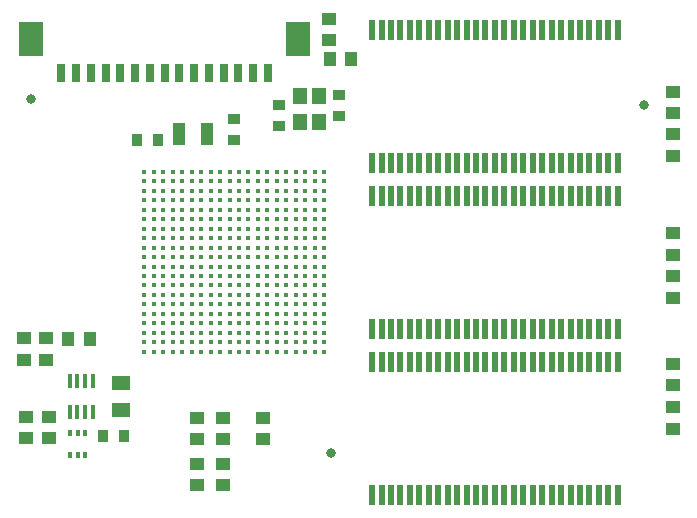
<source format=gtp>
G04*
G04 #@! TF.GenerationSoftware,Altium Limited,Altium Designer,18.1.7 (191)*
G04*
G04 Layer_Color=8421504*
%FSLAX25Y25*%
%MOIN*%
G70*
G01*
G75*
%ADD16R,0.02228X0.07109*%
%ADD17C,0.03200*%
%ADD18R,0.03543X0.03937*%
%ADD19R,0.04331X0.07480*%
%ADD20R,0.03937X0.03543*%
%ADD21R,0.04724X0.05512*%
%ADD22R,0.03150X0.06299*%
%ADD23R,0.08268X0.11811*%
%ADD24R,0.04921X0.04331*%
%ADD25R,0.04331X0.04921*%
%ADD26C,0.01614*%
%ADD27R,0.05906X0.05118*%
%ADD28R,0.01575X0.04803*%
%ADD29R,0.01378X0.02165*%
D16*
X140924Y63287D02*
D03*
X144073D02*
D03*
X147223D02*
D03*
X150373D02*
D03*
X153522D02*
D03*
X156672D02*
D03*
X159821D02*
D03*
X162971D02*
D03*
X166121D02*
D03*
X169270D02*
D03*
X172420D02*
D03*
X175569D02*
D03*
X178719D02*
D03*
X181869D02*
D03*
X185018D02*
D03*
X188168D02*
D03*
X191317D02*
D03*
X194467D02*
D03*
X197617D02*
D03*
X200766D02*
D03*
X203916D02*
D03*
X207066D02*
D03*
X210215D02*
D03*
X213365D02*
D03*
X216514D02*
D03*
X219664D02*
D03*
X222814D02*
D03*
Y107620D02*
D03*
X219664D02*
D03*
X216514D02*
D03*
X213365D02*
D03*
X210215D02*
D03*
X207066D02*
D03*
X203916D02*
D03*
X200766D02*
D03*
X197617D02*
D03*
X194467D02*
D03*
X191317D02*
D03*
X188168D02*
D03*
X185018D02*
D03*
X181869D02*
D03*
X178719D02*
D03*
X175569D02*
D03*
X172420D02*
D03*
X169270D02*
D03*
X166121D02*
D03*
X162971D02*
D03*
X159821D02*
D03*
X156672D02*
D03*
X153522D02*
D03*
X150373D02*
D03*
X147223D02*
D03*
X144073D02*
D03*
X140924D02*
D03*
Y118701D02*
D03*
X144073D02*
D03*
X147223D02*
D03*
X150373D02*
D03*
X153522D02*
D03*
X156672D02*
D03*
X159821D02*
D03*
X162971D02*
D03*
X166121D02*
D03*
X169270D02*
D03*
X172420D02*
D03*
X175569D02*
D03*
X178719D02*
D03*
X181869D02*
D03*
X185018D02*
D03*
X188168D02*
D03*
X191317D02*
D03*
X194467D02*
D03*
X197617D02*
D03*
X200766D02*
D03*
X203916D02*
D03*
X207066D02*
D03*
X210215D02*
D03*
X213365D02*
D03*
X216514D02*
D03*
X219664D02*
D03*
X222814D02*
D03*
Y163034D02*
D03*
X219664D02*
D03*
X216514D02*
D03*
X213365D02*
D03*
X210215D02*
D03*
X207066D02*
D03*
X203916D02*
D03*
X200766D02*
D03*
X197617D02*
D03*
X194467D02*
D03*
X191317D02*
D03*
X188168D02*
D03*
X185018D02*
D03*
X181869D02*
D03*
X178719D02*
D03*
X175569D02*
D03*
X172420D02*
D03*
X169270D02*
D03*
X166121D02*
D03*
X162971D02*
D03*
X159821D02*
D03*
X156672D02*
D03*
X153522D02*
D03*
X150373D02*
D03*
X147223D02*
D03*
X144073D02*
D03*
X140924D02*
D03*
Y7903D02*
D03*
X153522D02*
D03*
X144073D02*
D03*
X150373D02*
D03*
X147223D02*
D03*
X162971D02*
D03*
X159821D02*
D03*
X156672D02*
D03*
X172420D02*
D03*
X166121D02*
D03*
X169270D02*
D03*
X144073Y52235D02*
D03*
X140924D02*
D03*
X150373D02*
D03*
X147223D02*
D03*
X159821D02*
D03*
X153522D02*
D03*
X156672D02*
D03*
X169270D02*
D03*
X166121D02*
D03*
X175569D02*
D03*
X162971D02*
D03*
X172420D02*
D03*
X194467Y7903D02*
D03*
X191317D02*
D03*
X200766D02*
D03*
X197617D02*
D03*
X178719D02*
D03*
X175569D02*
D03*
X188168D02*
D03*
X181869D02*
D03*
X185018D02*
D03*
X207066D02*
D03*
X203916D02*
D03*
X216514D02*
D03*
X210215D02*
D03*
X213365D02*
D03*
X222814D02*
D03*
X219664D02*
D03*
X178719Y52235D02*
D03*
X181869D02*
D03*
X188168D02*
D03*
X185018D02*
D03*
X197617D02*
D03*
X191317D02*
D03*
X194467D02*
D03*
X219664D02*
D03*
X216514D02*
D03*
X222814D02*
D03*
X203916D02*
D03*
X200766D02*
D03*
X213365D02*
D03*
X207066D02*
D03*
X210215D02*
D03*
D17*
X127264Y21850D02*
D03*
X231683Y137894D02*
D03*
X27088Y139764D02*
D03*
D18*
X62588Y126378D02*
D03*
X69588D02*
D03*
X51126Y27657D02*
D03*
X58126D02*
D03*
D19*
X85849Y128150D02*
D03*
X76449D02*
D03*
D20*
X130020Y141098D02*
D03*
Y134098D02*
D03*
X94882Y133224D02*
D03*
Y126224D02*
D03*
X110039Y137949D02*
D03*
Y130949D02*
D03*
D21*
X116831Y132185D02*
D03*
Y140847D02*
D03*
X123130D02*
D03*
Y132185D02*
D03*
D22*
X106201Y148524D02*
D03*
X101279D02*
D03*
X96358D02*
D03*
X91437D02*
D03*
X86516D02*
D03*
X81595D02*
D03*
X76673D02*
D03*
X71752D02*
D03*
X66831D02*
D03*
X61910D02*
D03*
X56988D02*
D03*
X52067D02*
D03*
X47146D02*
D03*
X42224D02*
D03*
X37303D02*
D03*
D23*
X116240Y159941D02*
D03*
X27264D02*
D03*
D24*
X241240Y37205D02*
D03*
Y30020D02*
D03*
Y51673D02*
D03*
Y44488D02*
D03*
Y95177D02*
D03*
Y87992D02*
D03*
Y80807D02*
D03*
Y73622D02*
D03*
Y128248D02*
D03*
Y121063D02*
D03*
Y142323D02*
D03*
Y135138D02*
D03*
X126588Y166732D02*
D03*
Y159547D02*
D03*
X104493Y26428D02*
D03*
Y33613D02*
D03*
X32272Y60123D02*
D03*
Y52938D02*
D03*
X24890Y60173D02*
D03*
Y52988D02*
D03*
X33268Y34055D02*
D03*
Y26870D02*
D03*
X25593Y26772D02*
D03*
Y33957D02*
D03*
X82577Y33613D02*
D03*
Y26428D02*
D03*
X91092Y33613D02*
D03*
Y26428D02*
D03*
X82627Y18357D02*
D03*
Y11172D02*
D03*
X91190Y18357D02*
D03*
Y11172D02*
D03*
D25*
X133957Y153077D02*
D03*
X126772D02*
D03*
X39665Y59842D02*
D03*
X46850D02*
D03*
D26*
X65059Y55709D02*
D03*
Y58858D02*
D03*
Y62008D02*
D03*
Y65158D02*
D03*
Y68307D02*
D03*
Y71457D02*
D03*
Y74606D02*
D03*
Y77756D02*
D03*
Y80905D02*
D03*
Y84055D02*
D03*
Y87205D02*
D03*
Y90354D02*
D03*
Y93504D02*
D03*
Y96653D02*
D03*
Y99803D02*
D03*
Y102953D02*
D03*
Y106102D02*
D03*
Y109252D02*
D03*
Y112402D02*
D03*
Y115551D02*
D03*
X68209Y55709D02*
D03*
Y58858D02*
D03*
Y62008D02*
D03*
Y65158D02*
D03*
Y68307D02*
D03*
Y71457D02*
D03*
Y74606D02*
D03*
Y77756D02*
D03*
Y80905D02*
D03*
Y84055D02*
D03*
Y87205D02*
D03*
Y90354D02*
D03*
Y93504D02*
D03*
Y96653D02*
D03*
Y99803D02*
D03*
Y102953D02*
D03*
Y106102D02*
D03*
Y109252D02*
D03*
Y112402D02*
D03*
Y115551D02*
D03*
X71358Y55709D02*
D03*
Y58858D02*
D03*
Y62008D02*
D03*
Y65158D02*
D03*
Y68307D02*
D03*
Y71457D02*
D03*
Y74606D02*
D03*
Y77756D02*
D03*
Y80905D02*
D03*
Y84055D02*
D03*
Y87205D02*
D03*
Y90354D02*
D03*
Y93504D02*
D03*
Y96653D02*
D03*
Y99803D02*
D03*
Y102953D02*
D03*
Y106102D02*
D03*
Y109252D02*
D03*
Y112402D02*
D03*
Y115551D02*
D03*
X74508Y55709D02*
D03*
Y58858D02*
D03*
Y62008D02*
D03*
Y65158D02*
D03*
Y68307D02*
D03*
Y71457D02*
D03*
Y74606D02*
D03*
Y77756D02*
D03*
Y80905D02*
D03*
Y84055D02*
D03*
Y87205D02*
D03*
Y90354D02*
D03*
Y93504D02*
D03*
Y96653D02*
D03*
Y99803D02*
D03*
Y102953D02*
D03*
Y106102D02*
D03*
Y109252D02*
D03*
Y112402D02*
D03*
Y115551D02*
D03*
X77658Y55709D02*
D03*
Y58858D02*
D03*
Y62008D02*
D03*
Y65158D02*
D03*
Y68307D02*
D03*
Y71457D02*
D03*
Y74606D02*
D03*
Y77756D02*
D03*
Y80905D02*
D03*
Y84055D02*
D03*
Y87205D02*
D03*
Y90354D02*
D03*
Y93504D02*
D03*
Y96653D02*
D03*
Y99803D02*
D03*
Y102953D02*
D03*
Y106102D02*
D03*
Y109252D02*
D03*
Y112402D02*
D03*
Y115551D02*
D03*
X80807Y55709D02*
D03*
Y58858D02*
D03*
Y62008D02*
D03*
Y65158D02*
D03*
Y68307D02*
D03*
Y71457D02*
D03*
Y74606D02*
D03*
Y77756D02*
D03*
Y80905D02*
D03*
Y84055D02*
D03*
Y87205D02*
D03*
Y90354D02*
D03*
Y93504D02*
D03*
Y96653D02*
D03*
Y99803D02*
D03*
Y102953D02*
D03*
Y106102D02*
D03*
Y109252D02*
D03*
Y112402D02*
D03*
Y115551D02*
D03*
X83957Y55709D02*
D03*
Y58858D02*
D03*
Y62008D02*
D03*
Y65158D02*
D03*
Y68307D02*
D03*
Y71457D02*
D03*
Y74606D02*
D03*
Y77756D02*
D03*
Y80905D02*
D03*
Y84055D02*
D03*
Y87205D02*
D03*
Y90354D02*
D03*
Y93504D02*
D03*
Y96653D02*
D03*
Y99803D02*
D03*
Y102953D02*
D03*
Y106102D02*
D03*
Y109252D02*
D03*
Y112402D02*
D03*
Y115551D02*
D03*
X87106Y55709D02*
D03*
Y58858D02*
D03*
Y62008D02*
D03*
Y65158D02*
D03*
Y68307D02*
D03*
Y71457D02*
D03*
Y74606D02*
D03*
Y77756D02*
D03*
Y80905D02*
D03*
Y84055D02*
D03*
Y87205D02*
D03*
Y90354D02*
D03*
Y93504D02*
D03*
Y96653D02*
D03*
Y99803D02*
D03*
Y102953D02*
D03*
Y106102D02*
D03*
Y109252D02*
D03*
Y112402D02*
D03*
Y115551D02*
D03*
X90256Y55709D02*
D03*
Y58858D02*
D03*
Y62008D02*
D03*
Y65158D02*
D03*
Y68307D02*
D03*
Y71457D02*
D03*
Y74606D02*
D03*
Y77756D02*
D03*
Y80905D02*
D03*
Y84055D02*
D03*
Y87205D02*
D03*
Y90354D02*
D03*
Y93504D02*
D03*
Y96653D02*
D03*
Y99803D02*
D03*
Y102953D02*
D03*
Y106102D02*
D03*
Y109252D02*
D03*
Y112402D02*
D03*
Y115551D02*
D03*
X93405Y55709D02*
D03*
Y58858D02*
D03*
Y62008D02*
D03*
Y65158D02*
D03*
Y68307D02*
D03*
Y71457D02*
D03*
Y74606D02*
D03*
Y77756D02*
D03*
Y80905D02*
D03*
Y84055D02*
D03*
Y87205D02*
D03*
Y90354D02*
D03*
Y93504D02*
D03*
Y96653D02*
D03*
Y99803D02*
D03*
Y102953D02*
D03*
Y106102D02*
D03*
Y109252D02*
D03*
Y112402D02*
D03*
Y115551D02*
D03*
X96555Y55709D02*
D03*
Y58858D02*
D03*
Y62008D02*
D03*
Y65158D02*
D03*
Y68307D02*
D03*
Y71457D02*
D03*
Y74606D02*
D03*
Y77756D02*
D03*
Y80905D02*
D03*
Y84055D02*
D03*
Y87205D02*
D03*
Y90354D02*
D03*
Y93504D02*
D03*
Y96653D02*
D03*
Y99803D02*
D03*
Y102953D02*
D03*
Y106102D02*
D03*
Y109252D02*
D03*
Y112402D02*
D03*
Y115551D02*
D03*
X99705Y55709D02*
D03*
Y58858D02*
D03*
Y62008D02*
D03*
Y65158D02*
D03*
Y68307D02*
D03*
Y71457D02*
D03*
Y74606D02*
D03*
Y77756D02*
D03*
Y80905D02*
D03*
Y84055D02*
D03*
Y87205D02*
D03*
Y90354D02*
D03*
Y93504D02*
D03*
Y96653D02*
D03*
Y99803D02*
D03*
Y102953D02*
D03*
Y106102D02*
D03*
Y109252D02*
D03*
Y112402D02*
D03*
Y115551D02*
D03*
X102854Y55709D02*
D03*
Y58858D02*
D03*
Y62008D02*
D03*
Y65158D02*
D03*
Y68307D02*
D03*
Y71457D02*
D03*
Y74606D02*
D03*
Y77756D02*
D03*
Y80905D02*
D03*
Y84055D02*
D03*
Y87205D02*
D03*
Y90354D02*
D03*
Y93504D02*
D03*
Y96653D02*
D03*
Y99803D02*
D03*
Y102953D02*
D03*
Y106102D02*
D03*
Y109252D02*
D03*
Y112402D02*
D03*
Y115551D02*
D03*
X106004Y55709D02*
D03*
Y58858D02*
D03*
Y62008D02*
D03*
Y65158D02*
D03*
Y68307D02*
D03*
Y71457D02*
D03*
Y74606D02*
D03*
Y77756D02*
D03*
Y80905D02*
D03*
Y84055D02*
D03*
Y87205D02*
D03*
Y90354D02*
D03*
Y93504D02*
D03*
Y96653D02*
D03*
Y99803D02*
D03*
Y102953D02*
D03*
Y106102D02*
D03*
Y109252D02*
D03*
Y112402D02*
D03*
Y115551D02*
D03*
X109153Y55709D02*
D03*
Y58858D02*
D03*
Y62008D02*
D03*
Y65158D02*
D03*
Y68307D02*
D03*
Y71457D02*
D03*
Y74606D02*
D03*
Y77756D02*
D03*
Y80905D02*
D03*
Y84055D02*
D03*
Y87205D02*
D03*
Y90354D02*
D03*
Y93504D02*
D03*
Y96653D02*
D03*
Y99803D02*
D03*
Y102953D02*
D03*
Y106102D02*
D03*
Y109252D02*
D03*
Y112402D02*
D03*
Y115551D02*
D03*
X112303Y55709D02*
D03*
Y58858D02*
D03*
Y62008D02*
D03*
Y65158D02*
D03*
Y68307D02*
D03*
Y71457D02*
D03*
Y74606D02*
D03*
Y77756D02*
D03*
Y80905D02*
D03*
Y84055D02*
D03*
Y87205D02*
D03*
Y90354D02*
D03*
Y93504D02*
D03*
Y96653D02*
D03*
Y99803D02*
D03*
Y102953D02*
D03*
Y106102D02*
D03*
Y109252D02*
D03*
Y112402D02*
D03*
Y115551D02*
D03*
X115453Y55709D02*
D03*
Y58858D02*
D03*
Y62008D02*
D03*
Y65158D02*
D03*
Y68307D02*
D03*
Y71457D02*
D03*
Y74606D02*
D03*
Y77756D02*
D03*
Y80905D02*
D03*
Y84055D02*
D03*
Y87205D02*
D03*
Y90354D02*
D03*
Y93504D02*
D03*
Y96653D02*
D03*
Y99803D02*
D03*
Y102953D02*
D03*
Y106102D02*
D03*
Y109252D02*
D03*
Y112402D02*
D03*
Y115551D02*
D03*
X118602Y55709D02*
D03*
Y58858D02*
D03*
Y62008D02*
D03*
Y65158D02*
D03*
Y68307D02*
D03*
Y71457D02*
D03*
Y74606D02*
D03*
Y77756D02*
D03*
Y80905D02*
D03*
Y84055D02*
D03*
Y87205D02*
D03*
Y90354D02*
D03*
Y93504D02*
D03*
Y96653D02*
D03*
Y99803D02*
D03*
Y102953D02*
D03*
Y106102D02*
D03*
Y109252D02*
D03*
Y112402D02*
D03*
Y115551D02*
D03*
X121752Y55709D02*
D03*
Y58858D02*
D03*
Y62008D02*
D03*
Y65158D02*
D03*
Y68307D02*
D03*
Y71457D02*
D03*
Y74606D02*
D03*
Y77756D02*
D03*
Y80905D02*
D03*
Y84055D02*
D03*
Y87205D02*
D03*
Y90354D02*
D03*
Y93504D02*
D03*
Y96653D02*
D03*
Y99803D02*
D03*
Y102953D02*
D03*
Y106102D02*
D03*
Y109252D02*
D03*
Y112402D02*
D03*
Y115551D02*
D03*
X124902Y55709D02*
D03*
Y58858D02*
D03*
Y62008D02*
D03*
Y65158D02*
D03*
Y68307D02*
D03*
Y71457D02*
D03*
Y74606D02*
D03*
Y77756D02*
D03*
Y80905D02*
D03*
Y84055D02*
D03*
Y87205D02*
D03*
Y90354D02*
D03*
Y93504D02*
D03*
Y96653D02*
D03*
Y99803D02*
D03*
Y102953D02*
D03*
Y106102D02*
D03*
Y109252D02*
D03*
Y112402D02*
D03*
Y115551D02*
D03*
D27*
X57087Y45346D02*
D03*
Y36346D02*
D03*
D28*
X47835Y35590D02*
D03*
X45276D02*
D03*
X42717D02*
D03*
X40157D02*
D03*
Y45906D02*
D03*
X42717D02*
D03*
X45276D02*
D03*
X47835D02*
D03*
D29*
X40256Y21161D02*
D03*
X42815D02*
D03*
X45374D02*
D03*
Y28445D02*
D03*
X42815D02*
D03*
X40256D02*
D03*
M02*

</source>
